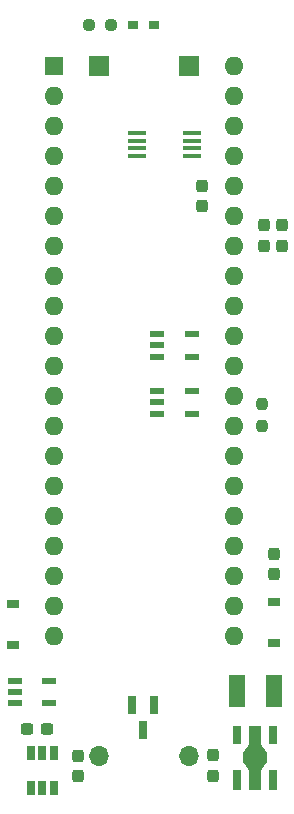
<source format=gbr>
%TF.GenerationSoftware,KiCad,Pcbnew,9.0.7-9.0.7~ubuntu25.10.1*%
%TF.CreationDate,2026-03-01T16:55:49+09:00*%
%TF.ProjectId,bionic-cp1610,62696f6e-6963-42d6-9370-313631302e6b,1*%
%TF.SameCoordinates,Original*%
%TF.FileFunction,Soldermask,Top*%
%TF.FilePolarity,Negative*%
%FSLAX46Y46*%
G04 Gerber Fmt 4.6, Leading zero omitted, Abs format (unit mm)*
G04 Created by KiCad (PCBNEW 9.0.7-9.0.7~ubuntu25.10.1) date 2026-03-01 16:55:49*
%MOMM*%
%LPD*%
G01*
G04 APERTURE LIST*
G04 Aperture macros list*
%AMRoundRect*
0 Rectangle with rounded corners*
0 $1 Rounding radius*
0 $2 $3 $4 $5 $6 $7 $8 $9 X,Y pos of 4 corners*
0 Add a 4 corners polygon primitive as box body*
4,1,4,$2,$3,$4,$5,$6,$7,$8,$9,$2,$3,0*
0 Add four circle primitives for the rounded corners*
1,1,$1+$1,$2,$3*
1,1,$1+$1,$4,$5*
1,1,$1+$1,$6,$7*
1,1,$1+$1,$8,$9*
0 Add four rect primitives between the rounded corners*
20,1,$1+$1,$2,$3,$4,$5,0*
20,1,$1+$1,$4,$5,$6,$7,0*
20,1,$1+$1,$6,$7,$8,$9,0*
20,1,$1+$1,$8,$9,$2,$3,0*%
%AMFreePoly0*
4,1,13,0.500000,1.050000,1.000000,0.350000,1.000000,-0.450000,0.500000,-1.150000,0.500000,-2.750000,-0.500000,-2.750000,-0.500000,-1.150000,-1.000000,-0.450000,-1.000000,0.350000,-0.500000,1.050000,-0.500000,2.750000,0.500000,2.750000,0.500000,1.050000,0.500000,1.050000,$1*%
G04 Aperture macros list end*
%ADD10RoundRect,0.237500X0.300000X0.237500X-0.300000X0.237500X-0.300000X-0.237500X0.300000X-0.237500X0*%
%ADD11RoundRect,0.237500X0.250000X0.237500X-0.250000X0.237500X-0.250000X-0.237500X0.250000X-0.237500X0*%
%ADD12RoundRect,0.237500X-0.237500X0.300000X-0.237500X-0.300000X0.237500X-0.300000X0.237500X0.300000X0*%
%ADD13RoundRect,0.237500X0.237500X-0.300000X0.237500X0.300000X-0.237500X0.300000X-0.237500X-0.300000X0*%
%ADD14R,1.371600X2.743200*%
%ADD15R,1.600000X1.600000*%
%ADD16O,1.600000X1.600000*%
%ADD17RoundRect,0.237500X-0.237500X0.250000X-0.237500X-0.250000X0.237500X-0.250000X0.237500X0.250000X0*%
%ADD18R,0.700000X1.600000*%
%ADD19FreePoly0,180.000000*%
%ADD20R,0.700000X1.700000*%
%ADD21R,1.041400X0.762000*%
%ADD22R,1.536700X0.431800*%
%ADD23R,0.660400X1.625600*%
%ADD24R,0.965200X0.762000*%
%ADD25R,1.181100X0.508000*%
%ADD26R,0.650001X1.200000*%
%ADD27O,1.700000X1.700000*%
%ADD28R,1.700000X1.700000*%
G04 APERTURE END LIST*
D10*
%TO.C,C8*%
X88697900Y-101917600D03*
X90422900Y-101917600D03*
%TD*%
D11*
%TO.C,R1*%
X95832300Y-42354600D03*
X94007300Y-42354600D03*
%TD*%
D12*
%TO.C,C7*%
X93014800Y-104230100D03*
X93014800Y-105955100D03*
%TD*%
D13*
%TO.C,C1*%
X108762800Y-61023600D03*
X108762800Y-59298600D03*
%TD*%
D14*
%TO.C,L1*%
X106502200Y-98742600D03*
X109651800Y-98742600D03*
%TD*%
D15*
%TO.C,U1*%
X90982800Y-45783600D03*
D16*
X90982800Y-48323600D03*
X90982800Y-50863600D03*
X90982800Y-53403600D03*
X90982800Y-55943600D03*
X90982800Y-58483600D03*
X90982800Y-61023600D03*
X90982800Y-63563600D03*
X90982800Y-66103600D03*
X90982800Y-68643600D03*
X90982800Y-71183600D03*
X90982800Y-73723600D03*
X90982800Y-76263600D03*
X90982800Y-78803600D03*
X90982800Y-81343600D03*
X90982800Y-83883600D03*
X90982800Y-86423600D03*
X90982800Y-88963600D03*
X90982800Y-91503600D03*
X90982800Y-94043600D03*
X106222800Y-94043600D03*
X106222800Y-91503600D03*
X106222800Y-88963600D03*
X106222800Y-86423600D03*
X106222800Y-83883600D03*
X106222800Y-81343600D03*
X106222800Y-78803600D03*
X106222800Y-76263600D03*
X106222800Y-73723600D03*
X106222800Y-71183600D03*
X106222800Y-68643600D03*
X106222800Y-66103600D03*
X106222800Y-63563600D03*
X106222800Y-61023600D03*
X106222800Y-58483600D03*
X106222800Y-55943600D03*
X106222800Y-53403600D03*
X106222800Y-50863600D03*
X106222800Y-48323600D03*
X106222800Y-45783600D03*
%TD*%
D17*
%TO.C,R2*%
X108635800Y-74438600D03*
X108635800Y-76263600D03*
%TD*%
D13*
%TO.C,C4*%
X104444800Y-105903200D03*
X104444800Y-104178200D03*
%TD*%
D12*
%TO.C,C3*%
X103555800Y-55970100D03*
X103555800Y-57695100D03*
%TD*%
D18*
%TO.C,U6*%
X109524800Y-102435600D03*
D19*
X108024800Y-104385600D03*
D18*
X106524800Y-102435600D03*
D20*
X106524800Y-106285600D03*
X109524800Y-106285600D03*
%TD*%
D21*
%TO.C,D3*%
X87553800Y-91325800D03*
X87553800Y-94805600D03*
%TD*%
D22*
%TO.C,U3*%
X98031350Y-51473201D03*
X98031350Y-52123199D03*
X98031350Y-52773201D03*
X98031350Y-53423199D03*
X102666850Y-53423199D03*
X102666850Y-52773201D03*
X102666850Y-52123199D03*
X102666850Y-51473201D03*
%TD*%
D23*
%TO.C,U2*%
X99491801Y-99885600D03*
X97591799Y-99885600D03*
X98541800Y-102017600D03*
%TD*%
D24*
%TO.C,D1*%
X97726500Y-42354600D03*
X99479100Y-42354600D03*
%TD*%
D13*
%TO.C,C2*%
X110312200Y-61023600D03*
X110312200Y-59298600D03*
%TD*%
D25*
%TO.C,U5*%
X99733150Y-73342599D03*
X99733150Y-74292600D03*
X99733150Y-75242601D03*
X102666850Y-75242601D03*
X102666850Y-73342599D03*
%TD*%
%TO.C,U8*%
X87668150Y-97858599D03*
X87668150Y-98808600D03*
X87668150Y-99758601D03*
X90601850Y-99758601D03*
X90601850Y-97858599D03*
%TD*%
D13*
%TO.C,C5*%
X109651800Y-88836600D03*
X109651800Y-87111600D03*
%TD*%
D26*
%TO.C,U7*%
X89082799Y-106899599D03*
X90032800Y-106899599D03*
X90982798Y-106899599D03*
X90982798Y-103949600D03*
X90032800Y-103949600D03*
X89082799Y-103949600D03*
%TD*%
D25*
%TO.C,U4*%
X99733150Y-68521599D03*
X99733150Y-69471600D03*
X99733150Y-70421601D03*
X102666850Y-70421601D03*
X102666850Y-68521599D03*
%TD*%
D21*
%TO.C,D2*%
X109651800Y-91198800D03*
X109651800Y-94678600D03*
%TD*%
D27*
%TO.C,J2*%
X102412800Y-104203600D03*
D28*
X102412800Y-45783600D03*
%TD*%
%TO.C,J1*%
X94792800Y-45783600D03*
D27*
X94792800Y-104203600D03*
%TD*%
M02*

</source>
